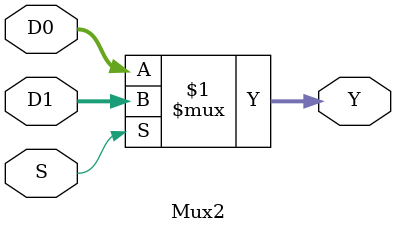
<source format=sv>
module Mux2 #(N=2) (input  logic S,
						  input  logic [N-1:0] D0, D1,
						  output logic [N-1:0] Y);
						  
assign Y = S ? D1 : D0;

endmodule 
</source>
